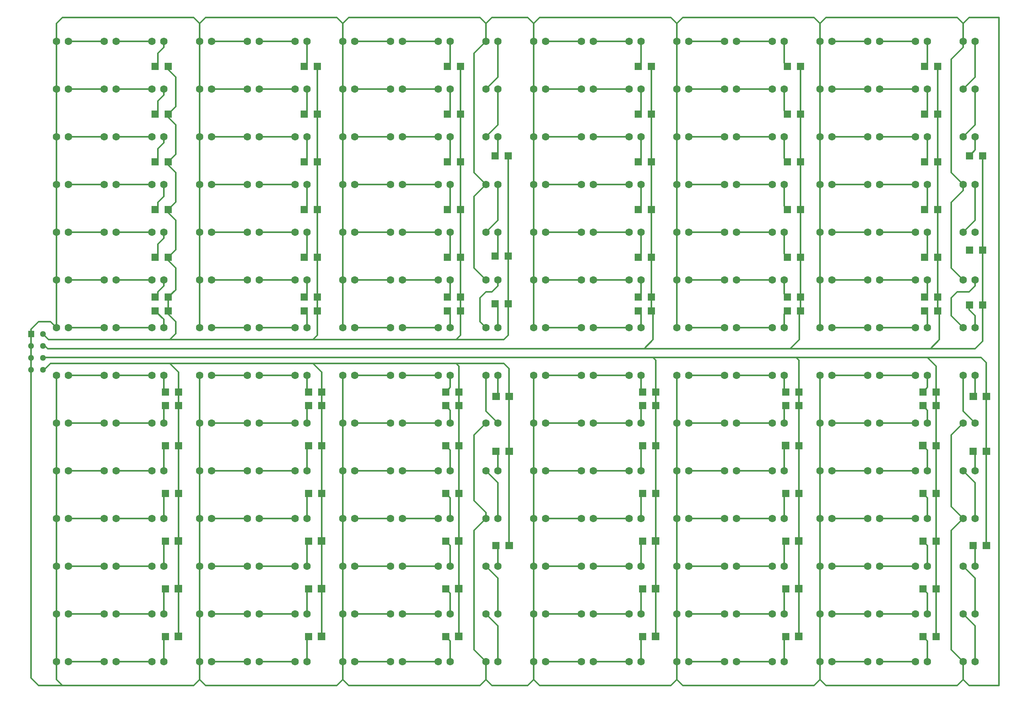
<source format=gbr>
%FSLAX34Y34*%
%MOMM*%
%LNCOPPER_BOTTOM*%
G71*
G01*
%ADD10C, 1.600*%
%ADD11C, 1.280*%
%ADD12C, 0.300*%
%ADD13R, 1.600X1.600*%
%LPD*%
X76200Y-76200D02*
G54D10*
D03*
X101600Y-76200D02*
G54D10*
D03*
X177800Y-76200D02*
G54D10*
D03*
X203200Y-76200D02*
G54D10*
D03*
X279400Y-76200D02*
G54D10*
D03*
X304800Y-76200D02*
G54D10*
D03*
X381000Y-76200D02*
G54D10*
D03*
X406400Y-76200D02*
G54D10*
D03*
X482600Y-76200D02*
G54D10*
D03*
X508000Y-76200D02*
G54D10*
D03*
X584200Y-76200D02*
G54D10*
D03*
X609600Y-76200D02*
G54D10*
D03*
X685800Y-76200D02*
G54D10*
D03*
X711200Y-76200D02*
G54D10*
D03*
X787400Y-76200D02*
G54D10*
D03*
X812800Y-76200D02*
G54D10*
D03*
X889000Y-76200D02*
G54D10*
D03*
X914400Y-76200D02*
G54D10*
D03*
X990600Y-76200D02*
G54D10*
D03*
X1016000Y-76200D02*
G54D10*
D03*
X1092200Y-76200D02*
G54D10*
D03*
X1117600Y-76200D02*
G54D10*
D03*
X1193800Y-76200D02*
G54D10*
D03*
X1219200Y-76200D02*
G54D10*
D03*
X1295400Y-76200D02*
G54D10*
D03*
X1320800Y-76200D02*
G54D10*
D03*
X1397000Y-76200D02*
G54D10*
D03*
X1422400Y-76200D02*
G54D10*
D03*
X1498600Y-76200D02*
G54D10*
D03*
X1524000Y-76200D02*
G54D10*
D03*
X1600200Y-76200D02*
G54D10*
D03*
X1625600Y-76200D02*
G54D10*
D03*
X1701800Y-76200D02*
G54D10*
D03*
X1727200Y-76200D02*
G54D10*
D03*
X1803400Y-76200D02*
G54D10*
D03*
X1828800Y-76200D02*
G54D10*
D03*
X1905000Y-76200D02*
G54D10*
D03*
X1930400Y-76200D02*
G54D10*
D03*
X2006600Y-76200D02*
G54D10*
D03*
X2032000Y-76200D02*
G54D10*
D03*
X76200Y-177800D02*
G54D10*
D03*
X101600Y-177800D02*
G54D10*
D03*
X76200Y-279400D02*
G54D10*
D03*
X101600Y-279400D02*
G54D10*
D03*
X76200Y-381000D02*
G54D10*
D03*
X101600Y-381000D02*
G54D10*
D03*
X76200Y-482600D02*
G54D10*
D03*
X101600Y-482600D02*
G54D10*
D03*
X76200Y-584200D02*
G54D10*
D03*
X101600Y-584200D02*
G54D10*
D03*
X76200Y-685800D02*
G54D10*
D03*
X101600Y-685800D02*
G54D10*
D03*
X76200Y-787400D02*
G54D10*
D03*
X101600Y-787400D02*
G54D10*
D03*
X76200Y-889000D02*
G54D10*
D03*
X101600Y-889000D02*
G54D10*
D03*
X76200Y-990600D02*
G54D10*
D03*
X101600Y-990600D02*
G54D10*
D03*
X76200Y-1092200D02*
G54D10*
D03*
X101600Y-1092200D02*
G54D10*
D03*
X76200Y-1193800D02*
G54D10*
D03*
X101600Y-1193800D02*
G54D10*
D03*
X76200Y-1295400D02*
G54D10*
D03*
X101600Y-1295400D02*
G54D10*
D03*
X76200Y-1397000D02*
G54D10*
D03*
X101600Y-1397000D02*
G54D10*
D03*
X177800Y-177800D02*
G54D10*
D03*
X203200Y-177800D02*
G54D10*
D03*
X177800Y-279400D02*
G54D10*
D03*
X203200Y-279400D02*
G54D10*
D03*
X177800Y-381000D02*
G54D10*
D03*
X203200Y-381000D02*
G54D10*
D03*
X177800Y-482600D02*
G54D10*
D03*
X203200Y-482600D02*
G54D10*
D03*
X177800Y-584200D02*
G54D10*
D03*
X203200Y-584200D02*
G54D10*
D03*
X177800Y-685800D02*
G54D10*
D03*
X203200Y-685800D02*
G54D10*
D03*
X279400Y-177800D02*
G54D10*
D03*
X304800Y-177800D02*
G54D10*
D03*
X279400Y-279400D02*
G54D10*
D03*
X304800Y-279400D02*
G54D10*
D03*
X279400Y-381000D02*
G54D10*
D03*
X304800Y-381000D02*
G54D10*
D03*
X279400Y-482600D02*
G54D10*
D03*
X304800Y-482600D02*
G54D10*
D03*
X279400Y-584200D02*
G54D10*
D03*
X304800Y-584200D02*
G54D10*
D03*
X279400Y-685800D02*
G54D10*
D03*
X304800Y-685800D02*
G54D10*
D03*
X381000Y-177800D02*
G54D10*
D03*
X406400Y-177800D02*
G54D10*
D03*
X381000Y-279400D02*
G54D10*
D03*
X406400Y-279400D02*
G54D10*
D03*
X381000Y-381000D02*
G54D10*
D03*
X406400Y-381000D02*
G54D10*
D03*
X381000Y-482600D02*
G54D10*
D03*
X406400Y-482600D02*
G54D10*
D03*
X381000Y-584200D02*
G54D10*
D03*
X406400Y-584200D02*
G54D10*
D03*
X381000Y-685800D02*
G54D10*
D03*
X406400Y-685800D02*
G54D10*
D03*
X482600Y-177800D02*
G54D10*
D03*
X508000Y-177800D02*
G54D10*
D03*
X482600Y-279400D02*
G54D10*
D03*
X508000Y-279400D02*
G54D10*
D03*
X482600Y-381000D02*
G54D10*
D03*
X508000Y-381000D02*
G54D10*
D03*
X482600Y-482600D02*
G54D10*
D03*
X508000Y-482600D02*
G54D10*
D03*
X482600Y-584200D02*
G54D10*
D03*
X508000Y-584200D02*
G54D10*
D03*
X482600Y-685800D02*
G54D10*
D03*
X508000Y-685800D02*
G54D10*
D03*
X584200Y-177800D02*
G54D10*
D03*
X609600Y-177800D02*
G54D10*
D03*
X584200Y-279400D02*
G54D10*
D03*
X609600Y-279400D02*
G54D10*
D03*
X584200Y-381000D02*
G54D10*
D03*
X609600Y-381000D02*
G54D10*
D03*
X584200Y-482600D02*
G54D10*
D03*
X609600Y-482600D02*
G54D10*
D03*
X584200Y-584200D02*
G54D10*
D03*
X609600Y-584200D02*
G54D10*
D03*
X584200Y-685800D02*
G54D10*
D03*
X609600Y-685800D02*
G54D10*
D03*
X685800Y-177800D02*
G54D10*
D03*
X711200Y-177800D02*
G54D10*
D03*
X685800Y-279400D02*
G54D10*
D03*
X711200Y-279400D02*
G54D10*
D03*
X685800Y-381000D02*
G54D10*
D03*
X711200Y-381000D02*
G54D10*
D03*
X685800Y-482600D02*
G54D10*
D03*
X711200Y-482600D02*
G54D10*
D03*
X685800Y-584200D02*
G54D10*
D03*
X711200Y-584200D02*
G54D10*
D03*
X685800Y-685800D02*
G54D10*
D03*
X711200Y-685800D02*
G54D10*
D03*
X787400Y-177800D02*
G54D10*
D03*
X812800Y-177800D02*
G54D10*
D03*
X787400Y-279400D02*
G54D10*
D03*
X812800Y-279400D02*
G54D10*
D03*
X787400Y-381000D02*
G54D10*
D03*
X812800Y-381000D02*
G54D10*
D03*
X787400Y-482600D02*
G54D10*
D03*
X812800Y-482600D02*
G54D10*
D03*
X787400Y-584200D02*
G54D10*
D03*
X812800Y-584200D02*
G54D10*
D03*
X787400Y-685800D02*
G54D10*
D03*
X812800Y-685800D02*
G54D10*
D03*
X889000Y-177800D02*
G54D10*
D03*
X914400Y-177800D02*
G54D10*
D03*
X889000Y-279400D02*
G54D10*
D03*
X914400Y-279400D02*
G54D10*
D03*
X889000Y-381000D02*
G54D10*
D03*
X914400Y-381000D02*
G54D10*
D03*
X889000Y-482600D02*
G54D10*
D03*
X914400Y-482600D02*
G54D10*
D03*
X889000Y-584200D02*
G54D10*
D03*
X914400Y-584200D02*
G54D10*
D03*
X889000Y-685800D02*
G54D10*
D03*
X914400Y-685800D02*
G54D10*
D03*
X990600Y-177800D02*
G54D10*
D03*
X1016000Y-177800D02*
G54D10*
D03*
X990600Y-279400D02*
G54D10*
D03*
X1016000Y-279400D02*
G54D10*
D03*
X990600Y-381000D02*
G54D10*
D03*
X1016000Y-381000D02*
G54D10*
D03*
X990600Y-482600D02*
G54D10*
D03*
X1016000Y-482600D02*
G54D10*
D03*
X990600Y-584200D02*
G54D10*
D03*
X1016000Y-584200D02*
G54D10*
D03*
X990600Y-685800D02*
G54D10*
D03*
X1016000Y-685800D02*
G54D10*
D03*
X1092200Y-177800D02*
G54D10*
D03*
X1117600Y-177800D02*
G54D10*
D03*
X1092200Y-279400D02*
G54D10*
D03*
X1117600Y-279400D02*
G54D10*
D03*
X1092200Y-381000D02*
G54D10*
D03*
X1117600Y-381000D02*
G54D10*
D03*
X1092200Y-482600D02*
G54D10*
D03*
X1117600Y-482600D02*
G54D10*
D03*
X1092200Y-584200D02*
G54D10*
D03*
X1117600Y-584200D02*
G54D10*
D03*
X1092200Y-685800D02*
G54D10*
D03*
X1117600Y-685800D02*
G54D10*
D03*
X1193800Y-177800D02*
G54D10*
D03*
X1219200Y-177800D02*
G54D10*
D03*
X1193800Y-279400D02*
G54D10*
D03*
X1219200Y-279400D02*
G54D10*
D03*
X1193800Y-381000D02*
G54D10*
D03*
X1219200Y-381000D02*
G54D10*
D03*
X1193800Y-482600D02*
G54D10*
D03*
X1219200Y-482600D02*
G54D10*
D03*
X1193800Y-584200D02*
G54D10*
D03*
X1219200Y-584200D02*
G54D10*
D03*
X1193800Y-685800D02*
G54D10*
D03*
X1219200Y-685800D02*
G54D10*
D03*
X1295400Y-177800D02*
G54D10*
D03*
X1320800Y-177800D02*
G54D10*
D03*
X1295400Y-279400D02*
G54D10*
D03*
X1320800Y-279400D02*
G54D10*
D03*
X1295400Y-381000D02*
G54D10*
D03*
X1320800Y-381000D02*
G54D10*
D03*
X1295400Y-482600D02*
G54D10*
D03*
X1320800Y-482600D02*
G54D10*
D03*
X1295400Y-584200D02*
G54D10*
D03*
X1320800Y-584200D02*
G54D10*
D03*
X1295400Y-685800D02*
G54D10*
D03*
X1320800Y-685800D02*
G54D10*
D03*
X1397000Y-177800D02*
G54D10*
D03*
X1422400Y-177800D02*
G54D10*
D03*
X1397000Y-279400D02*
G54D10*
D03*
X1422400Y-279400D02*
G54D10*
D03*
X1397000Y-381000D02*
G54D10*
D03*
X1422400Y-381000D02*
G54D10*
D03*
X1397000Y-482600D02*
G54D10*
D03*
X1422400Y-482600D02*
G54D10*
D03*
X1397000Y-584200D02*
G54D10*
D03*
X1422400Y-584200D02*
G54D10*
D03*
X1397000Y-685800D02*
G54D10*
D03*
X1422400Y-685800D02*
G54D10*
D03*
X1498600Y-177800D02*
G54D10*
D03*
X1524000Y-177800D02*
G54D10*
D03*
X1498600Y-279400D02*
G54D10*
D03*
X1524000Y-279400D02*
G54D10*
D03*
X1498600Y-381000D02*
G54D10*
D03*
X1524000Y-381000D02*
G54D10*
D03*
X1498600Y-482600D02*
G54D10*
D03*
X1524000Y-482600D02*
G54D10*
D03*
X1498600Y-584200D02*
G54D10*
D03*
X1524000Y-584200D02*
G54D10*
D03*
X1498600Y-685800D02*
G54D10*
D03*
X1524000Y-685800D02*
G54D10*
D03*
X1600200Y-177800D02*
G54D10*
D03*
X1625600Y-177800D02*
G54D10*
D03*
X1600200Y-279400D02*
G54D10*
D03*
X1625600Y-279400D02*
G54D10*
D03*
X1600200Y-381000D02*
G54D10*
D03*
X1625600Y-381000D02*
G54D10*
D03*
X1600200Y-482600D02*
G54D10*
D03*
X1625600Y-482600D02*
G54D10*
D03*
X1600200Y-584200D02*
G54D10*
D03*
X1625600Y-584200D02*
G54D10*
D03*
X1600200Y-685800D02*
G54D10*
D03*
X1625600Y-685800D02*
G54D10*
D03*
X1701800Y-177800D02*
G54D10*
D03*
X1727200Y-177800D02*
G54D10*
D03*
X1701800Y-279400D02*
G54D10*
D03*
X1727200Y-279400D02*
G54D10*
D03*
X1701800Y-381000D02*
G54D10*
D03*
X1727200Y-381000D02*
G54D10*
D03*
X1701800Y-482600D02*
G54D10*
D03*
X1727200Y-482600D02*
G54D10*
D03*
X1701800Y-584200D02*
G54D10*
D03*
X1727200Y-584200D02*
G54D10*
D03*
X1701800Y-685800D02*
G54D10*
D03*
X1727200Y-685800D02*
G54D10*
D03*
X1803400Y-177800D02*
G54D10*
D03*
X1828800Y-177800D02*
G54D10*
D03*
X1803400Y-279400D02*
G54D10*
D03*
X1828800Y-279400D02*
G54D10*
D03*
X1803400Y-381000D02*
G54D10*
D03*
X1828800Y-381000D02*
G54D10*
D03*
X1803400Y-482600D02*
G54D10*
D03*
X1828800Y-482600D02*
G54D10*
D03*
X1803400Y-584200D02*
G54D10*
D03*
X1828800Y-584200D02*
G54D10*
D03*
X1803400Y-685800D02*
G54D10*
D03*
X1828800Y-685800D02*
G54D10*
D03*
X1905000Y-177800D02*
G54D10*
D03*
X1930400Y-177800D02*
G54D10*
D03*
X1905000Y-279400D02*
G54D10*
D03*
X1930400Y-279400D02*
G54D10*
D03*
X1905000Y-381000D02*
G54D10*
D03*
X1930400Y-381000D02*
G54D10*
D03*
X1905000Y-482600D02*
G54D10*
D03*
X1930400Y-482600D02*
G54D10*
D03*
X1905000Y-584200D02*
G54D10*
D03*
X1930400Y-584200D02*
G54D10*
D03*
X1905000Y-685800D02*
G54D10*
D03*
X1930400Y-685800D02*
G54D10*
D03*
X2006600Y-177800D02*
G54D10*
D03*
X2032000Y-177800D02*
G54D10*
D03*
X2006600Y-279400D02*
G54D10*
D03*
X2032000Y-279400D02*
G54D10*
D03*
X2006600Y-381000D02*
G54D10*
D03*
X2032000Y-381000D02*
G54D10*
D03*
X2006600Y-482600D02*
G54D10*
D03*
X2032000Y-482600D02*
G54D10*
D03*
X2006600Y-584200D02*
G54D10*
D03*
X2032000Y-584200D02*
G54D10*
D03*
X2006600Y-685800D02*
G54D10*
D03*
X2032000Y-685800D02*
G54D10*
D03*
X177800Y-787400D02*
G54D10*
D03*
X203200Y-787400D02*
G54D10*
D03*
X279400Y-787400D02*
G54D10*
D03*
X304800Y-787400D02*
G54D10*
D03*
X381000Y-787400D02*
G54D10*
D03*
X406400Y-787400D02*
G54D10*
D03*
X482600Y-787400D02*
G54D10*
D03*
X508000Y-787400D02*
G54D10*
D03*
X584200Y-787400D02*
G54D10*
D03*
X609600Y-787400D02*
G54D10*
D03*
X685800Y-787400D02*
G54D10*
D03*
X711200Y-787400D02*
G54D10*
D03*
X787400Y-787400D02*
G54D10*
D03*
X812800Y-787400D02*
G54D10*
D03*
X889000Y-787400D02*
G54D10*
D03*
X914400Y-787400D02*
G54D10*
D03*
X990600Y-787400D02*
G54D10*
D03*
X1016000Y-787400D02*
G54D10*
D03*
X177800Y-889000D02*
G54D10*
D03*
X203200Y-889000D02*
G54D10*
D03*
X177800Y-990600D02*
G54D10*
D03*
X203200Y-990600D02*
G54D10*
D03*
X177800Y-1092200D02*
G54D10*
D03*
X203200Y-1092200D02*
G54D10*
D03*
X177800Y-1193800D02*
G54D10*
D03*
X203200Y-1193800D02*
G54D10*
D03*
X177800Y-1295400D02*
G54D10*
D03*
X203200Y-1295400D02*
G54D10*
D03*
X177800Y-1397000D02*
G54D10*
D03*
X203200Y-1397000D02*
G54D10*
D03*
X279400Y-889000D02*
G54D10*
D03*
X304800Y-889000D02*
G54D10*
D03*
X279400Y-990600D02*
G54D10*
D03*
X304800Y-990600D02*
G54D10*
D03*
X279400Y-1092200D02*
G54D10*
D03*
X304800Y-1092200D02*
G54D10*
D03*
X279400Y-1193800D02*
G54D10*
D03*
X304800Y-1193800D02*
G54D10*
D03*
X279400Y-1295400D02*
G54D10*
D03*
X304800Y-1295400D02*
G54D10*
D03*
X279400Y-1397000D02*
G54D10*
D03*
X304800Y-1397000D02*
G54D10*
D03*
X381000Y-889000D02*
G54D10*
D03*
X406400Y-889000D02*
G54D10*
D03*
X381000Y-990600D02*
G54D10*
D03*
X406400Y-990600D02*
G54D10*
D03*
X381000Y-1092200D02*
G54D10*
D03*
X406400Y-1092200D02*
G54D10*
D03*
X381000Y-1193800D02*
G54D10*
D03*
X406400Y-1193800D02*
G54D10*
D03*
X381000Y-1295400D02*
G54D10*
D03*
X406400Y-1295400D02*
G54D10*
D03*
X381000Y-1397000D02*
G54D10*
D03*
X406400Y-1397000D02*
G54D10*
D03*
X482600Y-889000D02*
G54D10*
D03*
X508000Y-889000D02*
G54D10*
D03*
X482600Y-990600D02*
G54D10*
D03*
X508000Y-990600D02*
G54D10*
D03*
X482600Y-1092200D02*
G54D10*
D03*
X508000Y-1092200D02*
G54D10*
D03*
X482600Y-1193800D02*
G54D10*
D03*
X508000Y-1193800D02*
G54D10*
D03*
X482600Y-1295400D02*
G54D10*
D03*
X508000Y-1295400D02*
G54D10*
D03*
X482600Y-1397000D02*
G54D10*
D03*
X508000Y-1397000D02*
G54D10*
D03*
X584200Y-889000D02*
G54D10*
D03*
X609600Y-889000D02*
G54D10*
D03*
X584200Y-990600D02*
G54D10*
D03*
X609600Y-990600D02*
G54D10*
D03*
X584200Y-1092200D02*
G54D10*
D03*
X609600Y-1092200D02*
G54D10*
D03*
X584200Y-1193800D02*
G54D10*
D03*
X609600Y-1193800D02*
G54D10*
D03*
X584200Y-1295400D02*
G54D10*
D03*
X609600Y-1295400D02*
G54D10*
D03*
X584200Y-1397000D02*
G54D10*
D03*
X609600Y-1397000D02*
G54D10*
D03*
X685800Y-889000D02*
G54D10*
D03*
X711200Y-889000D02*
G54D10*
D03*
X685800Y-990600D02*
G54D10*
D03*
X711200Y-990600D02*
G54D10*
D03*
X685800Y-1092200D02*
G54D10*
D03*
X711200Y-1092200D02*
G54D10*
D03*
X685800Y-1193800D02*
G54D10*
D03*
X711200Y-1193800D02*
G54D10*
D03*
X685800Y-1295400D02*
G54D10*
D03*
X711200Y-1295400D02*
G54D10*
D03*
X685800Y-1397000D02*
G54D10*
D03*
X711200Y-1397000D02*
G54D10*
D03*
X787400Y-889000D02*
G54D10*
D03*
X812800Y-889000D02*
G54D10*
D03*
X787400Y-990600D02*
G54D10*
D03*
X812800Y-990600D02*
G54D10*
D03*
X787400Y-1092200D02*
G54D10*
D03*
X812800Y-1092200D02*
G54D10*
D03*
X787400Y-1193800D02*
G54D10*
D03*
X812800Y-1193800D02*
G54D10*
D03*
X787400Y-1295400D02*
G54D10*
D03*
X812800Y-1295400D02*
G54D10*
D03*
X787400Y-1397000D02*
G54D10*
D03*
X812800Y-1397000D02*
G54D10*
D03*
X889000Y-889000D02*
G54D10*
D03*
X914400Y-889000D02*
G54D10*
D03*
X889000Y-990600D02*
G54D10*
D03*
X914400Y-990600D02*
G54D10*
D03*
X889000Y-1092200D02*
G54D10*
D03*
X914400Y-1092200D02*
G54D10*
D03*
X889000Y-1193800D02*
G54D10*
D03*
X914400Y-1193800D02*
G54D10*
D03*
X889000Y-1295400D02*
G54D10*
D03*
X914400Y-1295400D02*
G54D10*
D03*
X889000Y-1397000D02*
G54D10*
D03*
X914400Y-1397000D02*
G54D10*
D03*
X990600Y-889000D02*
G54D10*
D03*
X1016000Y-889000D02*
G54D10*
D03*
X990600Y-990600D02*
G54D10*
D03*
X1016000Y-990600D02*
G54D10*
D03*
X990600Y-1092200D02*
G54D10*
D03*
X1016000Y-1092200D02*
G54D10*
D03*
X990600Y-1193800D02*
G54D10*
D03*
X1016000Y-1193800D02*
G54D10*
D03*
X990600Y-1295400D02*
G54D10*
D03*
X1016000Y-1295400D02*
G54D10*
D03*
X990600Y-1397000D02*
G54D10*
D03*
X1016000Y-1397000D02*
G54D10*
D03*
X1092200Y-787400D02*
G54D10*
D03*
X1117600Y-787400D02*
G54D10*
D03*
X1092200Y-889000D02*
G54D10*
D03*
X1117600Y-889000D02*
G54D10*
D03*
X1092200Y-990600D02*
G54D10*
D03*
X1117600Y-990600D02*
G54D10*
D03*
X1092200Y-1092200D02*
G54D10*
D03*
X1117600Y-1092200D02*
G54D10*
D03*
X1092200Y-1193800D02*
G54D10*
D03*
X1117600Y-1193800D02*
G54D10*
D03*
X1092200Y-1295400D02*
G54D10*
D03*
X1117600Y-1295400D02*
G54D10*
D03*
X1092200Y-1397000D02*
G54D10*
D03*
X1117600Y-1397000D02*
G54D10*
D03*
X1193800Y-787400D02*
G54D10*
D03*
X1219200Y-787400D02*
G54D10*
D03*
X1295400Y-787400D02*
G54D10*
D03*
X1320800Y-787400D02*
G54D10*
D03*
X1397000Y-787400D02*
G54D10*
D03*
X1422400Y-787400D02*
G54D10*
D03*
X1498600Y-787400D02*
G54D10*
D03*
X1524000Y-787400D02*
G54D10*
D03*
X1600200Y-787400D02*
G54D10*
D03*
X1625600Y-787400D02*
G54D10*
D03*
X1701800Y-787400D02*
G54D10*
D03*
X1727200Y-787400D02*
G54D10*
D03*
X1803400Y-787400D02*
G54D10*
D03*
X1828800Y-787400D02*
G54D10*
D03*
X1905000Y-787400D02*
G54D10*
D03*
X1930400Y-787400D02*
G54D10*
D03*
X2006600Y-787400D02*
G54D10*
D03*
X2032000Y-787400D02*
G54D10*
D03*
X1193800Y-889000D02*
G54D10*
D03*
X1219200Y-889000D02*
G54D10*
D03*
X1193800Y-990600D02*
G54D10*
D03*
X1219200Y-990600D02*
G54D10*
D03*
X1193800Y-1092200D02*
G54D10*
D03*
X1219200Y-1092200D02*
G54D10*
D03*
X1193800Y-1193800D02*
G54D10*
D03*
X1219200Y-1193800D02*
G54D10*
D03*
X1193800Y-1295400D02*
G54D10*
D03*
X1219200Y-1295400D02*
G54D10*
D03*
X1193800Y-1397000D02*
G54D10*
D03*
X1219200Y-1397000D02*
G54D10*
D03*
X1295400Y-889000D02*
G54D10*
D03*
X1320800Y-889000D02*
G54D10*
D03*
X1295400Y-990600D02*
G54D10*
D03*
X1320800Y-990600D02*
G54D10*
D03*
X1295400Y-1092200D02*
G54D10*
D03*
X1320800Y-1092200D02*
G54D10*
D03*
X1295400Y-1193800D02*
G54D10*
D03*
X1320800Y-1193800D02*
G54D10*
D03*
X1295400Y-1295400D02*
G54D10*
D03*
X1320800Y-1295400D02*
G54D10*
D03*
X1295400Y-1397000D02*
G54D10*
D03*
X1320800Y-1397000D02*
G54D10*
D03*
X1397000Y-889000D02*
G54D10*
D03*
X1422400Y-889000D02*
G54D10*
D03*
X1397000Y-990600D02*
G54D10*
D03*
X1422400Y-990600D02*
G54D10*
D03*
X1397000Y-1092200D02*
G54D10*
D03*
X1422400Y-1092200D02*
G54D10*
D03*
X1397000Y-1193800D02*
G54D10*
D03*
X1422400Y-1193800D02*
G54D10*
D03*
X1397000Y-1295400D02*
G54D10*
D03*
X1422400Y-1295400D02*
G54D10*
D03*
X1397000Y-1397000D02*
G54D10*
D03*
X1422400Y-1397000D02*
G54D10*
D03*
X1498600Y-889000D02*
G54D10*
D03*
X1524000Y-889000D02*
G54D10*
D03*
X1498600Y-990600D02*
G54D10*
D03*
X1524000Y-990600D02*
G54D10*
D03*
X1498600Y-1092200D02*
G54D10*
D03*
X1524000Y-1092200D02*
G54D10*
D03*
X1498600Y-1193800D02*
G54D10*
D03*
X1524000Y-1193800D02*
G54D10*
D03*
X1498600Y-1295400D02*
G54D10*
D03*
X1524000Y-1295400D02*
G54D10*
D03*
X1498600Y-1397000D02*
G54D10*
D03*
X1524000Y-1397000D02*
G54D10*
D03*
X1600200Y-889000D02*
G54D10*
D03*
X1625600Y-889000D02*
G54D10*
D03*
X1600200Y-990600D02*
G54D10*
D03*
X1625600Y-990600D02*
G54D10*
D03*
X1600200Y-1092200D02*
G54D10*
D03*
X1625600Y-1092200D02*
G54D10*
D03*
X1600200Y-1193800D02*
G54D10*
D03*
X1625600Y-1193800D02*
G54D10*
D03*
X1600200Y-1295400D02*
G54D10*
D03*
X1625600Y-1295400D02*
G54D10*
D03*
X1600200Y-1397000D02*
G54D10*
D03*
X1625600Y-1397000D02*
G54D10*
D03*
X1701800Y-889000D02*
G54D10*
D03*
X1727200Y-889000D02*
G54D10*
D03*
X1701800Y-990600D02*
G54D10*
D03*
X1727200Y-990600D02*
G54D10*
D03*
X1701800Y-1092200D02*
G54D10*
D03*
X1727200Y-1092200D02*
G54D10*
D03*
X1701800Y-1193800D02*
G54D10*
D03*
X1727200Y-1193800D02*
G54D10*
D03*
X1701800Y-1295400D02*
G54D10*
D03*
X1727200Y-1295400D02*
G54D10*
D03*
X1701800Y-1397000D02*
G54D10*
D03*
X1727200Y-1397000D02*
G54D10*
D03*
X1803400Y-889000D02*
G54D10*
D03*
X1828800Y-889000D02*
G54D10*
D03*
X1803400Y-990600D02*
G54D10*
D03*
X1828800Y-990600D02*
G54D10*
D03*
X1803400Y-1092200D02*
G54D10*
D03*
X1828800Y-1092200D02*
G54D10*
D03*
X1803400Y-1193800D02*
G54D10*
D03*
X1828800Y-1193800D02*
G54D10*
D03*
X1803400Y-1295400D02*
G54D10*
D03*
X1828800Y-1295400D02*
G54D10*
D03*
X1803400Y-1397000D02*
G54D10*
D03*
X1828800Y-1397000D02*
G54D10*
D03*
X1905000Y-889000D02*
G54D10*
D03*
X1930400Y-889000D02*
G54D10*
D03*
X1905000Y-990600D02*
G54D10*
D03*
X1930400Y-990600D02*
G54D10*
D03*
X1905000Y-1092200D02*
G54D10*
D03*
X1930400Y-1092200D02*
G54D10*
D03*
X1905000Y-1193800D02*
G54D10*
D03*
X1930400Y-1193800D02*
G54D10*
D03*
X1905000Y-1295400D02*
G54D10*
D03*
X1930400Y-1295400D02*
G54D10*
D03*
X1905000Y-1397000D02*
G54D10*
D03*
X1930400Y-1397000D02*
G54D10*
D03*
X2006600Y-889000D02*
G54D10*
D03*
X2032000Y-889000D02*
G54D10*
D03*
X2006600Y-990600D02*
G54D10*
D03*
X2032000Y-990600D02*
G54D10*
D03*
X2006600Y-1092200D02*
G54D10*
D03*
X2032000Y-1092200D02*
G54D10*
D03*
X2006600Y-1193800D02*
G54D10*
D03*
X2032000Y-1193800D02*
G54D10*
D03*
X2006600Y-1295400D02*
G54D10*
D03*
X2032000Y-1295400D02*
G54D10*
D03*
X2006600Y-1397000D02*
G54D10*
D03*
X2032000Y-1397000D02*
G54D10*
D03*
G36*
X28649Y-692876D02*
X28649Y-705676D01*
X15849Y-705676D01*
X15849Y-692876D01*
X28649Y-692876D01*
G37*
X47649Y-699276D02*
G54D11*
D03*
X22249Y-724676D02*
G54D11*
D03*
X47649Y-724676D02*
G54D11*
D03*
X22249Y-750076D02*
G54D11*
D03*
X47649Y-750076D02*
G54D11*
D03*
X22249Y-775476D02*
G54D11*
D03*
X47649Y-775476D02*
G54D11*
D03*
G54D12*
X22249Y-699276D02*
X22249Y-724676D01*
X22249Y-750076D01*
X22249Y-775476D01*
G54D12*
X22249Y-699276D02*
X22249Y-688951D01*
X38100Y-673100D01*
X63500Y-673100D01*
X76200Y-685800D01*
G54D12*
X76200Y-685800D02*
X76200Y-584200D01*
X76200Y-482600D01*
X76200Y-381000D01*
X76200Y-279400D01*
X76200Y-177800D01*
X76200Y-76200D01*
G54D12*
X101600Y-685800D02*
X177800Y-685800D01*
G54D12*
X101600Y-584200D02*
X177800Y-584200D01*
G54D12*
X101600Y-482600D02*
X177800Y-482600D01*
G54D12*
X101600Y-381000D02*
X177800Y-381000D01*
G54D12*
X101600Y-279400D02*
X177800Y-279400D01*
G54D12*
X101600Y-177800D02*
X177800Y-177800D01*
G54D12*
X101600Y-76200D02*
X177800Y-76200D01*
G54D12*
X203200Y-76200D02*
X279400Y-76200D01*
G54D12*
X203200Y-177800D02*
X279400Y-177800D01*
G54D12*
X203200Y-279400D02*
X279400Y-279400D01*
G54D12*
X203200Y-381000D02*
X279400Y-381000D01*
G54D12*
X203200Y-482600D02*
X279400Y-482600D01*
G54D12*
X203200Y-584200D02*
X279400Y-584200D01*
G54D12*
X203200Y-685800D02*
X279400Y-685800D01*
G54D12*
X76200Y-76200D02*
X76200Y-38100D01*
X88900Y-25400D01*
X368300Y-25400D01*
X381000Y-38100D01*
X381000Y-76200D01*
G54D12*
X381000Y-76200D02*
X381000Y-177800D01*
G54D12*
X381000Y-177800D02*
X381000Y-279400D01*
G54D12*
X381000Y-279400D02*
X381000Y-381000D01*
G54D12*
X381000Y-381000D02*
X381000Y-482600D01*
G54D12*
X381000Y-482600D02*
X381000Y-584200D01*
G54D12*
X381000Y-584200D02*
X381000Y-685800D01*
G54D12*
X406400Y-685800D02*
X482600Y-685800D01*
G54D12*
X508000Y-685800D02*
X584200Y-685800D01*
G54D12*
X406400Y-584200D02*
X482600Y-584200D01*
G54D12*
X508000Y-584200D02*
X584200Y-584200D01*
G54D12*
X406400Y-482600D02*
X482600Y-482600D01*
G54D12*
X508000Y-482600D02*
X584200Y-482600D01*
G54D12*
X406400Y-381000D02*
X482600Y-381000D01*
G54D12*
X508000Y-381000D02*
X584200Y-381000D01*
G54D12*
X406400Y-279400D02*
X482600Y-279400D01*
G54D12*
X508000Y-279400D02*
X584200Y-279400D01*
G54D12*
X406400Y-177800D02*
X482600Y-177800D01*
G54D12*
X508000Y-177800D02*
X584200Y-177800D01*
G54D12*
X406400Y-76200D02*
X482600Y-76200D01*
G54D12*
X508000Y-76200D02*
X584200Y-76200D01*
G54D12*
X381000Y-76200D02*
X381000Y-38100D01*
X393700Y-25400D01*
X673100Y-25400D01*
X685800Y-38100D01*
X685800Y-76200D01*
G54D12*
X685800Y-76200D02*
X685800Y-177800D01*
G54D12*
X685800Y-177800D02*
X685800Y-279400D01*
G54D12*
X685800Y-279400D02*
X685800Y-381000D01*
G54D12*
X685800Y-381000D02*
X685800Y-482600D01*
G54D12*
X685800Y-482600D02*
X685800Y-584200D01*
G54D12*
X685800Y-584200D02*
X685800Y-685800D01*
G54D12*
X711200Y-685800D02*
X787400Y-685800D01*
G54D12*
X812800Y-685800D02*
X889000Y-685800D01*
G54D12*
X711200Y-584200D02*
X787400Y-584200D01*
G54D12*
X812800Y-584200D02*
X889000Y-584200D01*
G54D12*
X711200Y-482600D02*
X787400Y-482600D01*
G54D12*
X812800Y-482600D02*
X889000Y-482600D01*
G54D12*
X711200Y-381000D02*
X787400Y-381000D01*
G54D12*
X812800Y-381000D02*
X889000Y-381000D01*
G54D12*
X711200Y-279400D02*
X787400Y-279400D01*
G54D12*
X812800Y-279400D02*
X889000Y-279400D01*
G54D12*
X711200Y-177800D02*
X787400Y-177800D01*
G54D12*
X812800Y-177800D02*
X889000Y-177800D01*
G54D12*
X711200Y-76200D02*
X787400Y-76200D01*
G54D12*
X812800Y-76200D02*
X889000Y-76200D01*
G54D12*
X685800Y-76200D02*
X685800Y-38100D01*
X698500Y-25400D01*
X977900Y-25400D01*
X990600Y-38100D01*
X990600Y-76200D01*
G54D12*
X1016000Y-76200D02*
X1016000Y-152400D01*
X990600Y-177800D01*
G54D12*
X1016000Y-177800D02*
X1016000Y-254000D01*
X990600Y-279400D01*
G54D12*
X990600Y-381000D02*
X965200Y-355600D01*
X965200Y-101600D01*
X990600Y-76200D01*
G54D12*
X1016000Y-381000D02*
X1016000Y-457200D01*
X990600Y-482600D01*
G54D12*
X990600Y-584200D02*
X965200Y-558800D01*
X965200Y-406400D01*
X990600Y-381000D01*
X314400Y-649875D02*
G54D13*
D03*
X286400Y-649875D02*
G54D13*
D03*
X314400Y-620665D02*
G54D13*
D03*
X286400Y-620665D02*
G54D13*
D03*
X314400Y-535575D02*
G54D13*
D03*
X286400Y-535575D02*
G54D13*
D03*
X314400Y-433975D02*
G54D13*
D03*
X286400Y-433975D02*
G54D13*
D03*
X314400Y-332375D02*
G54D13*
D03*
X286400Y-332375D02*
G54D13*
D03*
X314400Y-230775D02*
G54D13*
D03*
X286400Y-230775D02*
G54D13*
D03*
X314400Y-129175D02*
G54D13*
D03*
X286400Y-129175D02*
G54D13*
D03*
G54D12*
X304800Y-76200D02*
X304800Y-88900D01*
X292100Y-101600D01*
X292100Y-123475D01*
X286400Y-129175D01*
G54D12*
X304800Y-177800D02*
X304800Y-190500D01*
X292100Y-203200D01*
X292100Y-225075D01*
X286400Y-230775D01*
G54D12*
X304800Y-279400D02*
X304800Y-292100D01*
X292100Y-304800D01*
X292100Y-326675D01*
X286400Y-332375D01*
G54D12*
X304800Y-381000D02*
X304800Y-406400D01*
X292100Y-419100D01*
X292100Y-428275D01*
X286400Y-433975D01*
G54D12*
X304800Y-482600D02*
X304800Y-495300D01*
X292100Y-508000D01*
X292100Y-529875D01*
X286400Y-535575D01*
G54D12*
X304800Y-584200D02*
X304800Y-596900D01*
X292100Y-609600D01*
X292100Y-614965D01*
X286400Y-620665D01*
G54D12*
X304800Y-685800D02*
X304800Y-668276D01*
X286400Y-649875D01*
G54D12*
X314400Y-129175D02*
X314400Y-136600D01*
X330200Y-152400D01*
X330200Y-214975D01*
X314400Y-230775D01*
G54D12*
X314400Y-230775D02*
X314400Y-238200D01*
X330200Y-254000D01*
X330200Y-316575D01*
X314400Y-332375D01*
G54D12*
X314400Y-332375D02*
X314400Y-339800D01*
X330200Y-355600D01*
X330200Y-418175D01*
X314400Y-433975D01*
G54D12*
X314400Y-433975D02*
X314400Y-441400D01*
X330200Y-457200D01*
X330200Y-519775D01*
X314400Y-535575D01*
G54D12*
X314400Y-535575D02*
X314400Y-543000D01*
X330200Y-558800D01*
X330200Y-604865D01*
X314400Y-620665D01*
X314400Y-649875D01*
G54D12*
X314400Y-649875D02*
X314400Y-657300D01*
X330200Y-673100D01*
X330200Y-698500D01*
X317500Y-711200D01*
X59573Y-711200D01*
X47649Y-699276D01*
G54D12*
X47649Y-775476D02*
X50024Y-775476D01*
X63500Y-762000D01*
X1028700Y-762000D01*
G54D12*
X47649Y-724676D02*
X51576Y-724676D01*
X57150Y-730250D01*
X914400Y-730250D01*
X631900Y-649875D02*
G54D13*
D03*
X603900Y-649875D02*
G54D13*
D03*
X631900Y-620665D02*
G54D13*
D03*
X603900Y-620665D02*
G54D13*
D03*
X631900Y-535575D02*
G54D13*
D03*
X603900Y-535575D02*
G54D13*
D03*
X631900Y-433975D02*
G54D13*
D03*
X603900Y-433975D02*
G54D13*
D03*
X631900Y-332375D02*
G54D13*
D03*
X603900Y-332375D02*
G54D13*
D03*
X631900Y-230775D02*
G54D13*
D03*
X603900Y-230775D02*
G54D13*
D03*
X631900Y-129175D02*
G54D13*
D03*
X603900Y-129175D02*
G54D13*
D03*
X936700Y-649875D02*
G54D13*
D03*
X908700Y-649875D02*
G54D13*
D03*
X936700Y-620665D02*
G54D13*
D03*
X908700Y-620665D02*
G54D13*
D03*
X936700Y-535575D02*
G54D13*
D03*
X908700Y-535575D02*
G54D13*
D03*
X936700Y-433975D02*
G54D13*
D03*
X908700Y-433975D02*
G54D13*
D03*
X936700Y-332375D02*
G54D13*
D03*
X908700Y-332375D02*
G54D13*
D03*
X936700Y-230775D02*
G54D13*
D03*
X908700Y-230775D02*
G54D13*
D03*
X936700Y-129175D02*
G54D13*
D03*
X908700Y-129175D02*
G54D13*
D03*
G54D12*
X609600Y-76200D02*
X609600Y-123475D01*
X603900Y-129175D01*
G54D12*
X609600Y-177800D02*
X609600Y-225075D01*
X603900Y-230775D01*
G54D12*
X609600Y-279400D02*
X609600Y-326675D01*
X603900Y-332375D01*
G54D12*
X609600Y-381000D02*
X609600Y-428275D01*
X603900Y-433975D01*
G54D12*
X609600Y-482600D02*
X609600Y-529875D01*
X603900Y-535575D01*
G54D12*
X609600Y-584200D02*
X609600Y-614965D01*
X603900Y-620665D01*
G54D12*
X609600Y-685800D02*
X609600Y-655576D01*
X603900Y-649875D01*
G54D12*
X631900Y-129175D02*
X631900Y-230775D01*
X631900Y-332375D01*
X631900Y-433975D01*
X631900Y-535575D01*
X631900Y-620665D01*
X631900Y-649875D01*
G54D12*
X631900Y-649875D02*
X631900Y-701600D01*
X622300Y-711200D01*
X317500Y-711200D01*
G54D12*
X914400Y-76200D02*
X914400Y-123475D01*
X908700Y-129175D01*
G54D12*
X914400Y-177800D02*
X914400Y-225075D01*
X908700Y-230775D01*
G54D12*
X914400Y-279400D02*
X914400Y-326675D01*
X908700Y-332375D01*
G54D12*
X914400Y-381000D02*
X914400Y-428275D01*
X908700Y-433975D01*
G54D12*
X914400Y-482600D02*
X914400Y-529875D01*
X908700Y-535575D01*
G54D12*
X914400Y-584200D02*
X914400Y-614965D01*
X908700Y-620665D01*
G54D12*
X914400Y-685800D02*
X914400Y-655576D01*
X908700Y-649875D01*
G54D12*
X936700Y-129175D02*
X936700Y-230775D01*
X936700Y-332375D01*
X936700Y-433975D01*
X936700Y-535575D01*
X936700Y-620665D01*
X936700Y-649875D01*
G54D12*
X936700Y-649875D02*
X936700Y-701600D01*
X927100Y-711200D01*
X622300Y-711200D01*
X1038300Y-319675D02*
G54D13*
D03*
X1010300Y-319675D02*
G54D13*
D03*
X1038300Y-533035D02*
G54D13*
D03*
X1010300Y-533035D02*
G54D13*
D03*
G54D12*
X1016000Y-279400D02*
X1016000Y-313975D01*
X1010300Y-319675D01*
G54D12*
X1038300Y-319675D02*
X1038300Y-520335D01*
X1038300Y-548275D01*
G54D12*
X1038300Y-548275D02*
X1038300Y-701600D01*
X1028700Y-711200D01*
X927100Y-711200D01*
G54D12*
X990600Y-76200D02*
X990600Y-38100D01*
X1003300Y-25400D01*
X1079500Y-25400D01*
X1092200Y-38100D01*
X1092200Y-76200D01*
X1092200Y-177800D01*
X1092200Y-279400D01*
X1092200Y-381000D01*
X1092200Y-482600D01*
X1092200Y-584200D01*
X1092200Y-685800D01*
G54D12*
X1092200Y-76200D02*
X1092200Y-38100D01*
X1104900Y-25400D01*
X1384300Y-25400D01*
X1397000Y-38100D01*
X1397000Y-76200D01*
X1397000Y-177800D01*
X1397000Y-279400D01*
X1397000Y-381000D01*
X1397000Y-482600D01*
X1397000Y-584200D01*
X1397000Y-685800D01*
G54D12*
X1397000Y-76200D02*
X1397000Y-38100D01*
X1409700Y-25400D01*
X1689100Y-25400D01*
X1701800Y-38100D01*
X1701800Y-76200D01*
X1701800Y-177800D01*
X1701800Y-279400D01*
X1701800Y-381000D01*
X1701800Y-482600D01*
X1701800Y-584200D01*
X1701800Y-685800D01*
G54D12*
X1701800Y-76200D02*
X1701800Y-38100D01*
X1714500Y-25400D01*
X1993900Y-25400D01*
X2006600Y-38100D01*
X2006600Y-76200D01*
G54D12*
X1117600Y-76200D02*
X1193800Y-76200D01*
G54D12*
X1219200Y-76200D02*
X1295400Y-76200D01*
G54D12*
X1117600Y-177800D02*
X1193800Y-177800D01*
G54D12*
X1219200Y-177800D02*
X1295400Y-177800D01*
G54D12*
X1117600Y-279400D02*
X1193800Y-279400D01*
G54D12*
X1219200Y-279400D02*
X1295400Y-279400D01*
G54D12*
X1117600Y-381000D02*
X1193800Y-381000D01*
G54D12*
X1219200Y-381000D02*
X1295400Y-381000D01*
G54D12*
X1117600Y-482600D02*
X1193800Y-482600D01*
G54D12*
X1219200Y-482600D02*
X1295400Y-482600D01*
G54D12*
X1117600Y-584200D02*
X1193800Y-584200D01*
G54D12*
X1219200Y-584200D02*
X1295400Y-584200D01*
G54D12*
X1117600Y-685800D02*
X1193800Y-685800D01*
G54D12*
X1219200Y-685800D02*
X1295400Y-685800D01*
G54D12*
X1422400Y-76200D02*
X1498600Y-76200D01*
G54D12*
X1524000Y-76200D02*
X1600200Y-76200D01*
G54D12*
X1422400Y-177800D02*
X1498600Y-177800D01*
G54D12*
X1524000Y-177800D02*
X1600200Y-177800D01*
G54D12*
X1422400Y-279400D02*
X1498600Y-279400D01*
G54D12*
X1524000Y-279400D02*
X1600200Y-279400D01*
G54D12*
X1422400Y-381000D02*
X1498600Y-381000D01*
G54D12*
X1524000Y-381000D02*
X1600200Y-381000D01*
G54D12*
X1422400Y-482600D02*
X1498600Y-482600D01*
G54D12*
X1524000Y-482600D02*
X1600200Y-482600D01*
G54D12*
X1422400Y-584200D02*
X1498600Y-584200D01*
G54D12*
X1524000Y-584200D02*
X1600200Y-584200D01*
G54D12*
X1422400Y-685800D02*
X1498600Y-685800D01*
G54D12*
X1524000Y-685800D02*
X1600200Y-685800D01*
G54D12*
X1727200Y-76200D02*
X1803400Y-76200D01*
G54D12*
X1828800Y-76200D02*
X1905000Y-76200D01*
G54D12*
X1727200Y-177800D02*
X1803400Y-177800D01*
G54D12*
X1828800Y-177800D02*
X1905000Y-177800D01*
G54D12*
X1727200Y-279400D02*
X1803400Y-279400D01*
G54D12*
X1828800Y-279400D02*
X1905000Y-279400D01*
G54D12*
X1727200Y-381000D02*
X1803400Y-381000D01*
G54D12*
X1828800Y-381000D02*
X1905000Y-381000D01*
G54D12*
X1727200Y-482600D02*
X1803400Y-482600D01*
G54D12*
X1828800Y-482600D02*
X1905000Y-482600D01*
G54D12*
X1727200Y-584200D02*
X1803400Y-584200D01*
G54D12*
X1828800Y-584200D02*
X1905000Y-584200D01*
G54D12*
X1727200Y-685800D02*
X1803400Y-685800D01*
G54D12*
X1828800Y-685800D02*
X1905000Y-685800D01*
X1343100Y-649875D02*
G54D13*
D03*
X1315100Y-649875D02*
G54D13*
D03*
X1343100Y-620665D02*
G54D13*
D03*
X1315100Y-620665D02*
G54D13*
D03*
X1343100Y-535575D02*
G54D13*
D03*
X1315100Y-535575D02*
G54D13*
D03*
X1343100Y-433975D02*
G54D13*
D03*
X1315100Y-433975D02*
G54D13*
D03*
X1343100Y-332375D02*
G54D13*
D03*
X1315100Y-332375D02*
G54D13*
D03*
X1343100Y-230775D02*
G54D13*
D03*
X1315100Y-230775D02*
G54D13*
D03*
X1343100Y-129175D02*
G54D13*
D03*
X1315100Y-129175D02*
G54D13*
D03*
X1660600Y-649875D02*
G54D13*
D03*
X1632600Y-649875D02*
G54D13*
D03*
X1660600Y-620665D02*
G54D13*
D03*
X1632600Y-620665D02*
G54D13*
D03*
X1660600Y-535575D02*
G54D13*
D03*
X1632600Y-535575D02*
G54D13*
D03*
X1660600Y-433975D02*
G54D13*
D03*
X1632600Y-433975D02*
G54D13*
D03*
X1660600Y-332375D02*
G54D13*
D03*
X1632600Y-332375D02*
G54D13*
D03*
X1660600Y-230775D02*
G54D13*
D03*
X1632600Y-230775D02*
G54D13*
D03*
X1660600Y-129175D02*
G54D13*
D03*
X1632600Y-129175D02*
G54D13*
D03*
X1952700Y-649875D02*
G54D13*
D03*
X1924700Y-649875D02*
G54D13*
D03*
X1952700Y-620665D02*
G54D13*
D03*
X1924700Y-620665D02*
G54D13*
D03*
X1952700Y-535575D02*
G54D13*
D03*
X1924700Y-535575D02*
G54D13*
D03*
X1952700Y-433975D02*
G54D13*
D03*
X1924700Y-433975D02*
G54D13*
D03*
X1952700Y-332375D02*
G54D13*
D03*
X1924700Y-332375D02*
G54D13*
D03*
X1952700Y-230775D02*
G54D13*
D03*
X1924700Y-230775D02*
G54D13*
D03*
X1952700Y-129175D02*
G54D13*
D03*
X1924700Y-129175D02*
G54D13*
D03*
G54D12*
X1320800Y-76200D02*
X1320800Y-123475D01*
X1315100Y-129175D01*
G54D12*
X1320800Y-177800D02*
X1320800Y-225075D01*
X1315100Y-230775D01*
G54D12*
X1320800Y-279400D02*
X1320800Y-326675D01*
X1315100Y-332375D01*
G54D12*
X1320800Y-381000D02*
X1320800Y-428275D01*
X1315100Y-433975D01*
G54D12*
X1320800Y-482600D02*
X1320800Y-529875D01*
X1315100Y-535575D01*
G54D12*
X1320800Y-584200D02*
X1320800Y-614965D01*
X1315100Y-620665D01*
G54D12*
X1320800Y-685800D02*
X1320800Y-655576D01*
X1315100Y-649875D01*
G54D12*
X1343100Y-129175D02*
X1343100Y-230775D01*
X1343100Y-332375D01*
X1343100Y-433975D01*
X1343100Y-535575D01*
X1343100Y-620665D01*
X1343100Y-649875D01*
G54D12*
X914400Y-730250D02*
X1327150Y-730250D01*
X1346200Y-711200D01*
X1346200Y-652976D01*
X1343100Y-649875D01*
G54D12*
X1625600Y-76200D02*
X1625600Y-122175D01*
X1632600Y-129175D01*
G54D12*
X1625600Y-177800D02*
X1625600Y-223775D01*
X1632600Y-230775D01*
G54D12*
X1625600Y-279400D02*
X1625600Y-325375D01*
X1632600Y-332375D01*
G54D12*
X1625600Y-381000D02*
X1625600Y-426975D01*
X1632600Y-433975D01*
G54D12*
X1625600Y-482600D02*
X1625600Y-528575D01*
X1632600Y-535575D01*
G54D12*
X1625600Y-584200D02*
X1625600Y-613665D01*
X1632600Y-620665D01*
G54D12*
X1625600Y-685800D02*
X1625600Y-656875D01*
X1632600Y-649875D01*
G54D12*
X1660600Y-129175D02*
X1660600Y-230775D01*
X1660600Y-332375D01*
X1660600Y-433975D01*
X1660600Y-535575D01*
X1660600Y-620665D01*
X1660600Y-649875D01*
G54D12*
X1930400Y-76200D02*
X1930400Y-123475D01*
X1924700Y-129175D01*
G54D12*
X1930400Y-177800D02*
X1930400Y-225075D01*
X1924700Y-230775D01*
G54D12*
X1930400Y-279400D02*
X1930400Y-326675D01*
X1924700Y-332375D01*
G54D12*
X1930400Y-381000D02*
X1930400Y-428275D01*
X1924700Y-433975D01*
G54D12*
X1930400Y-482600D02*
X1930400Y-529875D01*
X1924700Y-535575D01*
G54D12*
X1930400Y-584200D02*
X1930400Y-614965D01*
X1924700Y-620665D01*
G54D12*
X1930400Y-685800D02*
X1930400Y-655576D01*
X1924700Y-649875D01*
G54D12*
X1952700Y-129175D02*
X1952700Y-230775D01*
X1952700Y-332375D01*
X1952700Y-433975D01*
X1952700Y-535575D01*
X1952700Y-620665D01*
X1952700Y-649875D01*
G54D12*
X1327150Y-730250D02*
X1638300Y-730250D01*
X1657350Y-711200D01*
X1657350Y-653125D01*
X1660600Y-649875D01*
G54D12*
X1638300Y-730250D02*
X1936750Y-730250D01*
X1955800Y-711200D01*
X1955800Y-652976D01*
X1952700Y-649875D01*
X2047950Y-319675D02*
G54D13*
D03*
X2019950Y-319675D02*
G54D13*
D03*
X2047950Y-520335D02*
G54D13*
D03*
X2019950Y-520335D02*
G54D13*
D03*
X2047950Y-637175D02*
G54D13*
D03*
X2019950Y-637175D02*
G54D13*
D03*
G54D12*
X2032000Y-76200D02*
X2032000Y-152400D01*
X2006600Y-177800D01*
G54D12*
X2032000Y-177800D02*
X2032000Y-254000D01*
X2006600Y-279400D01*
G54D12*
X2032000Y-279400D02*
X2032000Y-307625D01*
X2019950Y-319675D01*
G54D12*
X2006600Y-76200D02*
X2006600Y-88900D01*
X1981200Y-114300D01*
X1981200Y-355600D01*
X2006600Y-381000D01*
G54D12*
X2032000Y-381000D02*
X2032000Y-457200D01*
X2006600Y-482600D01*
G54D12*
X2006600Y-381000D02*
X2006600Y-393700D01*
X1981200Y-419100D01*
X1981200Y-558800D01*
X2006600Y-584200D01*
X1038300Y-634635D02*
G54D13*
D03*
X1010300Y-634635D02*
G54D13*
D03*
G54D12*
X1016000Y-584200D02*
X1016000Y-596900D01*
X1003300Y-609600D01*
X990600Y-609600D01*
X977900Y-622300D01*
X977900Y-673100D01*
X990600Y-685800D01*
G54D12*
X1016000Y-685800D02*
X1016000Y-640335D01*
X1010300Y-634635D01*
G54D12*
X1016000Y-482600D02*
X1016000Y-527335D01*
X1010300Y-533035D01*
G54D12*
X2032000Y-584200D02*
X2032000Y-596900D01*
X2019300Y-609600D01*
X1993900Y-609600D01*
X1981200Y-622300D01*
X1981200Y-660400D01*
X2006600Y-685800D01*
G54D12*
X2032000Y-685800D02*
X2032000Y-660400D01*
X2019300Y-647700D01*
X2019300Y-637825D01*
X2019950Y-637175D01*
G54D12*
X2047950Y-319675D02*
X2047950Y-520335D01*
X2047950Y-637175D01*
G54D12*
X2047950Y-637175D02*
X2047950Y-714300D01*
X2032000Y-730250D01*
X1917700Y-730250D01*
G54D12*
X2006600Y-38100D02*
X2019300Y-25400D01*
X2082800Y-25400D01*
X2082800Y-1447800D01*
X2019300Y-1447800D01*
X2006600Y-1435100D01*
X2006600Y-1397000D01*
G54D12*
X2006600Y-1397000D02*
X2006600Y-1435100D01*
X1993900Y-1447800D01*
X1714500Y-1447800D01*
X1701800Y-1435100D01*
X1701800Y-1397000D01*
G54D12*
X1701800Y-1397000D02*
X1701800Y-1435100D01*
X1689100Y-1447800D01*
X1409700Y-1447800D01*
X1397000Y-1435100D01*
X1397000Y-1397000D01*
G54D12*
X1397000Y-1397000D02*
X1397000Y-1435100D01*
X1384300Y-1447800D01*
X1104900Y-1447800D01*
X1092200Y-1435100D01*
X1092200Y-1397000D01*
G54D12*
X1701800Y-1397000D02*
X1701800Y-1295400D01*
X1701800Y-1193800D01*
X1701800Y-1092200D01*
X1701800Y-990600D01*
X1701800Y-889000D01*
X1701800Y-787400D01*
G54D12*
X1397000Y-1397000D02*
X1397000Y-1295400D01*
X1397000Y-1193800D01*
X1397000Y-1092200D01*
X1397000Y-990600D01*
X1397000Y-889000D01*
X1397000Y-787400D01*
G54D12*
X1092200Y-1397000D02*
X1092200Y-1295400D01*
X1092200Y-1193800D01*
X1092200Y-1092200D01*
X1092200Y-990600D01*
X1092200Y-889000D01*
X1092200Y-787400D01*
G54D12*
X1117600Y-1397000D02*
X1193800Y-1397000D01*
G54D12*
X1219200Y-1397000D02*
X1295400Y-1397000D01*
G54D12*
X1117600Y-1295400D02*
X1193800Y-1295400D01*
G54D12*
X1219200Y-1295400D02*
X1295400Y-1295400D01*
G54D12*
X1117600Y-1193800D02*
X1193800Y-1193800D01*
G54D12*
X1219200Y-1193800D02*
X1295400Y-1193800D01*
G54D12*
X1117600Y-1092200D02*
X1193800Y-1092200D01*
G54D12*
X1219200Y-1092200D02*
X1295400Y-1092200D01*
G54D12*
X1117600Y-990600D02*
X1193800Y-990600D01*
G54D12*
X1219200Y-990600D02*
X1295400Y-990600D01*
G54D12*
X1117600Y-889000D02*
X1193800Y-889000D01*
G54D12*
X1219200Y-889000D02*
X1295400Y-889000D01*
G54D12*
X1117600Y-787400D02*
X1193800Y-787400D01*
G54D12*
X1219200Y-787400D02*
X1295400Y-787400D01*
G54D12*
X1422400Y-787400D02*
X1498600Y-787400D01*
G54D12*
X1524000Y-787400D02*
X1600200Y-787400D01*
G54D12*
X1422400Y-889000D02*
X1498600Y-889000D01*
G54D12*
X1524000Y-889000D02*
X1600200Y-889000D01*
G54D12*
X1422400Y-990600D02*
X1498600Y-990600D01*
G54D12*
X1524000Y-990600D02*
X1600200Y-990600D01*
G54D12*
X1422400Y-1092200D02*
X1498600Y-1092200D01*
G54D12*
X1524000Y-1092200D02*
X1600200Y-1092200D01*
G54D12*
X1422400Y-1193800D02*
X1498600Y-1193800D01*
G54D12*
X1524000Y-1193800D02*
X1600200Y-1193800D01*
G54D12*
X1422400Y-1295400D02*
X1498600Y-1295400D01*
G54D12*
X1524000Y-1295400D02*
X1600200Y-1295400D01*
G54D12*
X1422400Y-1397000D02*
X1498600Y-1397000D01*
G54D12*
X1524000Y-1397000D02*
X1600200Y-1397000D01*
G54D12*
X1727200Y-1397000D02*
X1803400Y-1397000D01*
G54D12*
X1828800Y-1397000D02*
X1905000Y-1397000D01*
G54D12*
X1727200Y-1295400D02*
X1803400Y-1295400D01*
G54D12*
X1828800Y-1295400D02*
X1905000Y-1295400D01*
G54D12*
X1727200Y-1193800D02*
X1803400Y-1193800D01*
G54D12*
X1828800Y-1193800D02*
X1905000Y-1193800D01*
G54D12*
X1727200Y-1092200D02*
X1803400Y-1092200D01*
G54D12*
X1828800Y-1092200D02*
X1905000Y-1092200D01*
G54D12*
X1727200Y-990600D02*
X1803400Y-990600D01*
G54D12*
X1828800Y-990600D02*
X1905000Y-990600D01*
G54D12*
X1727200Y-889000D02*
X1803400Y-889000D01*
G54D12*
X1828800Y-889000D02*
X1905000Y-889000D01*
G54D12*
X1727200Y-787400D02*
X1803400Y-787400D01*
G54D12*
X1828800Y-787400D02*
X1905000Y-787400D01*
X1323920Y-822684D02*
G54D13*
D03*
X1351920Y-822684D02*
G54D13*
D03*
X1323920Y-851894D02*
G54D13*
D03*
X1351920Y-851894D02*
G54D13*
D03*
X1323920Y-936984D02*
G54D13*
D03*
X1351920Y-936984D02*
G54D13*
D03*
X1323920Y-1038584D02*
G54D13*
D03*
X1351920Y-1038584D02*
G54D13*
D03*
X1323920Y-1140184D02*
G54D13*
D03*
G36*
X1343920Y-1132184D02*
X1359920Y-1132184D01*
X1359920Y-1148184D01*
X1343920Y-1148184D01*
X1343920Y-1132184D01*
G37*
X1323920Y-1241784D02*
G54D13*
D03*
G36*
X1343920Y-1233784D02*
X1359920Y-1233784D01*
X1359920Y-1249784D01*
X1343920Y-1249784D01*
X1343920Y-1233784D01*
G37*
X1323920Y-1343384D02*
G54D13*
D03*
G36*
X1343920Y-1335384D02*
X1359920Y-1335384D01*
X1359920Y-1351384D01*
X1343920Y-1351384D01*
X1343920Y-1335384D01*
G37*
X1628720Y-822684D02*
G54D13*
D03*
X1656720Y-822684D02*
G54D13*
D03*
X1628720Y-851894D02*
G54D13*
D03*
X1656720Y-851894D02*
G54D13*
D03*
G36*
X1620720Y-928984D02*
X1636720Y-928984D01*
X1636720Y-944984D01*
X1620720Y-944984D01*
X1620720Y-928984D01*
G37*
X1656720Y-936984D02*
G54D13*
D03*
X1628720Y-1038584D02*
G54D13*
D03*
X1656720Y-1038584D02*
G54D13*
D03*
X1628720Y-1140184D02*
G54D13*
D03*
G36*
X1648720Y-1132184D02*
X1664720Y-1132184D01*
X1664720Y-1148183D01*
X1648720Y-1148184D01*
X1648720Y-1132184D01*
G37*
X1628720Y-1241784D02*
G54D13*
D03*
G36*
X1648720Y-1233784D02*
X1664720Y-1233784D01*
X1664720Y-1249784D01*
X1648720Y-1249784D01*
X1648720Y-1233784D01*
G37*
X1628720Y-1343384D02*
G54D13*
D03*
G36*
X1648720Y-1335384D02*
X1664720Y-1335384D01*
X1664720Y-1351384D01*
X1648720Y-1351384D01*
X1648720Y-1335384D01*
G37*
X1920820Y-822684D02*
G54D13*
D03*
X1948820Y-822684D02*
G54D13*
D03*
X1920820Y-851894D02*
G54D13*
D03*
X1948820Y-851894D02*
G54D13*
D03*
G36*
X1912820Y-928984D02*
X1928820Y-928984D01*
X1928820Y-944984D01*
X1912820Y-944984D01*
X1912820Y-928984D01*
G37*
X1948820Y-936984D02*
G54D13*
D03*
X1920820Y-1038584D02*
G54D13*
D03*
X1948820Y-1038584D02*
G54D13*
D03*
X1920820Y-1140184D02*
G54D13*
D03*
X1948820Y-1140184D02*
G54D13*
D03*
X1920820Y-1241784D02*
G54D13*
D03*
X1948820Y-1241784D02*
G54D13*
D03*
X1920820Y-1343384D02*
G54D13*
D03*
X1948820Y-1343384D02*
G54D13*
D03*
G54D12*
X1320800Y-1397000D02*
X1320800Y-1346504D01*
X1323920Y-1343384D01*
G54D12*
X1320800Y-1295400D02*
X1320800Y-1244904D01*
X1323920Y-1241784D01*
G54D12*
X1320800Y-1193800D02*
X1320800Y-1143304D01*
X1323920Y-1140184D01*
G54D12*
X1320800Y-1092200D02*
X1320800Y-1041704D01*
X1323920Y-1038584D01*
G54D12*
X1320800Y-990600D02*
X1320800Y-940104D01*
X1323920Y-936984D01*
G54D12*
X1320800Y-889000D02*
X1320800Y-855014D01*
X1323920Y-851894D01*
G54D12*
X1320800Y-787400D02*
X1320800Y-819564D01*
X1323920Y-822684D01*
G54D12*
X1351920Y-1343384D02*
X1351920Y-1241784D01*
X1351920Y-1140184D01*
X1351920Y-1038584D01*
X1351920Y-936984D01*
X1351920Y-851894D01*
X1351920Y-822684D01*
G54D12*
X1351920Y-822684D02*
X1351920Y-755020D01*
X1346200Y-749300D01*
X48425Y-749300D01*
X47649Y-750076D01*
G54D12*
X1625600Y-1397000D02*
X1625600Y-1346504D01*
X1628720Y-1343384D01*
G54D12*
X1625600Y-1295400D02*
X1625600Y-1244904D01*
X1628720Y-1241784D01*
G54D12*
X1625600Y-1193800D02*
X1625600Y-1143304D01*
X1628720Y-1140184D01*
G54D12*
X1625600Y-1092200D02*
X1625600Y-1041704D01*
X1628720Y-1038584D01*
G54D12*
X1625600Y-990600D02*
X1625600Y-940104D01*
X1628720Y-936984D01*
G54D12*
X1625600Y-889000D02*
X1625600Y-855014D01*
X1628720Y-851894D01*
G54D12*
X1625600Y-787400D02*
X1625600Y-819564D01*
X1628720Y-822684D01*
G54D12*
X1656720Y-1343384D02*
X1656720Y-1241784D01*
X1656720Y-1140184D01*
X1656720Y-1038584D01*
X1656720Y-936984D01*
X1656720Y-851894D01*
X1656720Y-822684D01*
G54D12*
X1656720Y-822684D02*
X1656720Y-755020D01*
X1651000Y-749300D01*
X1333500Y-749300D01*
G54D12*
X1930400Y-1397000D02*
X1930400Y-1352964D01*
X1920820Y-1343384D01*
G54D12*
X1930400Y-1295400D02*
X1930400Y-1251364D01*
X1920820Y-1241784D01*
G54D12*
X1930400Y-1193800D02*
X1930400Y-1149764D01*
X1920820Y-1140184D01*
G54D12*
X1930400Y-1092200D02*
X1930400Y-1048164D01*
X1920820Y-1038584D01*
G54D12*
X1930400Y-990600D02*
X1930400Y-946564D01*
X1920820Y-936984D01*
G54D12*
X1930400Y-889000D02*
X1930400Y-861474D01*
X1920820Y-851894D01*
G54D12*
X1930400Y-787400D02*
X1930400Y-813104D01*
X1920820Y-822684D01*
G54D12*
X1948820Y-1343384D02*
X1948820Y-1241784D01*
X1948820Y-1140184D01*
X1948820Y-1038584D01*
X1948820Y-936984D01*
X1948820Y-851894D01*
X1948820Y-822684D01*
X1948820Y-767720D01*
X1930400Y-749300D01*
X1638300Y-749300D01*
X2027778Y-1149699D02*
G54D13*
D03*
G36*
X2047778Y-1141700D02*
X2063778Y-1141699D01*
X2063778Y-1157699D01*
X2047778Y-1157700D01*
X2047778Y-1141700D01*
G37*
X2027778Y-949040D02*
G54D13*
D03*
G36*
X2047778Y-941040D02*
X2063778Y-941040D01*
X2063778Y-957039D01*
X2047778Y-957040D01*
X2047778Y-941040D01*
G37*
G36*
X2019778Y-824200D02*
X2035778Y-824199D01*
X2035778Y-840199D01*
X2019778Y-840200D01*
X2019778Y-824200D01*
G37*
G36*
X2047778Y-824200D02*
X2063778Y-824200D01*
X2063778Y-840199D01*
X2047778Y-840200D01*
X2047778Y-824200D01*
G37*
G54D12*
X2032000Y-1397000D02*
X2032000Y-1320800D01*
X2006600Y-1295400D01*
G54D12*
X2032000Y-1295400D02*
X2032000Y-1219200D01*
X2006600Y-1193800D01*
G54D12*
X2006600Y-1397000D02*
X1981200Y-1371600D01*
X1981200Y-1117600D01*
X2006600Y-1092200D01*
G54D12*
X2006600Y-1092200D02*
X1981200Y-1066800D01*
X1981200Y-914400D01*
X2006600Y-889000D01*
G54D12*
X2032000Y-1092200D02*
X2032000Y-1016000D01*
X2006600Y-990600D01*
G54D12*
X2032000Y-889000D02*
X2006600Y-863600D01*
X2006600Y-787400D01*
G54D12*
X2032000Y-787400D02*
X2032000Y-827977D01*
X2027778Y-832199D01*
G54D12*
X2032000Y-990600D02*
X2032000Y-953261D01*
X2027778Y-949039D01*
G54D12*
X2032000Y-1193800D02*
X2032000Y-1153921D01*
X2027778Y-1149699D01*
G54D12*
X2055778Y-1149700D02*
X2055778Y-949040D01*
G54D12*
X2055778Y-949040D02*
X2055778Y-832200D01*
G54D12*
X2055778Y-832200D02*
X2055778Y-760378D01*
X2044700Y-749300D01*
X1930400Y-749300D01*
G54D12*
X1092200Y-1397000D02*
X1092200Y-1435100D01*
X1079500Y-1447800D01*
X1003300Y-1447800D01*
X990600Y-1435100D01*
X990600Y-1397000D01*
G54D12*
X990600Y-1397000D02*
X990600Y-1435100D01*
X977900Y-1447800D01*
X698500Y-1447800D01*
X685800Y-1435100D01*
X685800Y-1397000D01*
G54D12*
X685800Y-1397000D02*
X685800Y-1435100D01*
X673100Y-1447800D01*
X393700Y-1447800D01*
X381000Y-1435100D01*
X381000Y-1397000D01*
G54D12*
X381000Y-1397000D02*
X381000Y-1435100D01*
X368300Y-1447800D01*
X88900Y-1447800D01*
X76200Y-1435100D01*
X76200Y-1397000D01*
G54D12*
X22249Y-775476D02*
X22249Y-1431949D01*
X38100Y-1447800D01*
X88900Y-1447800D01*
G54D12*
X76200Y-1397000D02*
X76200Y-1295400D01*
X76200Y-1193800D01*
X76200Y-1092200D01*
X76200Y-990600D01*
X76200Y-889000D01*
X76200Y-787400D01*
G54D12*
X381000Y-1397000D02*
X381000Y-1295400D01*
X381000Y-1193800D01*
X381000Y-1092200D01*
X381000Y-990600D01*
X381000Y-889000D01*
X381000Y-787400D01*
G54D12*
X685800Y-1397000D02*
X685800Y-1295400D01*
X685800Y-1193800D01*
X685800Y-1092200D01*
X685800Y-990600D01*
X685800Y-889000D01*
X685800Y-787400D01*
G54D12*
X101600Y-787400D02*
X177800Y-787400D01*
G54D12*
X203200Y-787400D02*
X279400Y-787400D01*
G54D12*
X101600Y-889000D02*
X177800Y-889000D01*
G54D12*
X203200Y-889000D02*
X279400Y-889000D01*
G54D12*
X101600Y-990600D02*
X177800Y-990600D01*
G54D12*
X203200Y-990600D02*
X279400Y-990600D01*
G54D12*
X101600Y-1092200D02*
X177800Y-1092200D01*
G54D12*
X203200Y-1092200D02*
X279400Y-1092200D01*
G54D12*
X101600Y-1193800D02*
X177800Y-1193800D01*
G54D12*
X203200Y-1193800D02*
X279400Y-1193800D01*
G54D12*
X101600Y-1295400D02*
X177800Y-1295400D01*
G54D12*
X203200Y-1295400D02*
X279400Y-1295400D01*
G54D12*
X101600Y-1397000D02*
X177800Y-1397000D01*
G54D12*
X203200Y-1397000D02*
X279400Y-1397000D01*
G54D12*
X406400Y-1397000D02*
X482600Y-1397000D01*
G54D12*
X508000Y-1397000D02*
X584200Y-1397000D01*
G54D12*
X406400Y-1295400D02*
X482600Y-1295400D01*
G54D12*
X508000Y-1295400D02*
X584200Y-1295400D01*
G54D12*
X406400Y-1193800D02*
X482600Y-1193800D01*
G54D12*
X508000Y-1193800D02*
X584200Y-1193800D01*
G54D12*
X406400Y-1092200D02*
X482600Y-1092200D01*
G54D12*
X508000Y-1092200D02*
X584200Y-1092200D01*
G54D12*
X406400Y-990600D02*
X482600Y-990600D01*
G54D12*
X508000Y-990600D02*
X584200Y-990600D01*
G54D12*
X406400Y-889000D02*
X482600Y-889000D01*
G54D12*
X508000Y-889000D02*
X584200Y-889000D01*
G54D12*
X406400Y-787400D02*
X482600Y-787400D01*
G54D12*
X508000Y-787400D02*
X584200Y-787400D01*
G54D12*
X711200Y-787400D02*
X787400Y-787400D01*
G54D12*
X812800Y-787400D02*
X889000Y-787400D01*
G54D12*
X711200Y-889000D02*
X787400Y-889000D01*
G54D12*
X812800Y-889000D02*
X889000Y-889000D01*
G54D12*
X711200Y-990600D02*
X787400Y-990600D01*
G54D12*
X812800Y-990600D02*
X889000Y-990600D01*
G54D12*
X711200Y-1092200D02*
X787400Y-1092200D01*
G54D12*
X812800Y-1092200D02*
X889000Y-1092200D01*
G54D12*
X711200Y-1193800D02*
X787400Y-1193800D01*
G54D12*
X812800Y-1193800D02*
X889000Y-1193800D01*
G54D12*
X711200Y-1295400D02*
X787400Y-1295400D01*
G54D12*
X812800Y-1295400D02*
X889000Y-1295400D01*
G54D12*
X711200Y-1397000D02*
X787400Y-1397000D01*
G54D12*
X812800Y-1397000D02*
X889000Y-1397000D01*
X307920Y-822684D02*
G54D13*
D03*
X335920Y-822684D02*
G54D13*
D03*
X307920Y-851894D02*
G54D13*
D03*
X335920Y-851894D02*
G54D13*
D03*
X307920Y-936984D02*
G54D13*
D03*
X335920Y-936984D02*
G54D13*
D03*
X307920Y-1038584D02*
G54D13*
D03*
X335920Y-1038584D02*
G54D13*
D03*
X307920Y-1140184D02*
G54D13*
D03*
G36*
X327920Y-1132184D02*
X343920Y-1132184D01*
X343920Y-1148184D01*
X327920Y-1148184D01*
X327920Y-1132184D01*
G37*
X307920Y-1241784D02*
G54D13*
D03*
G36*
X327920Y-1233784D02*
X343920Y-1233784D01*
X343920Y-1249784D01*
X327920Y-1249784D01*
X327920Y-1233784D01*
G37*
X307920Y-1343384D02*
G54D13*
D03*
G36*
X327920Y-1335384D02*
X343920Y-1335384D01*
X343920Y-1351384D01*
X327920Y-1351384D01*
X327920Y-1335384D01*
G37*
X612720Y-822684D02*
G54D13*
D03*
X640720Y-822684D02*
G54D13*
D03*
X612720Y-851894D02*
G54D13*
D03*
X640720Y-851894D02*
G54D13*
D03*
X612720Y-936984D02*
G54D13*
D03*
X640720Y-936984D02*
G54D13*
D03*
X612720Y-1038584D02*
G54D13*
D03*
X640720Y-1038584D02*
G54D13*
D03*
X612720Y-1140184D02*
G54D13*
D03*
G36*
X632720Y-1132184D02*
X648720Y-1132184D01*
X648720Y-1148184D01*
X632720Y-1148184D01*
X632720Y-1132184D01*
G37*
X612720Y-1241784D02*
G54D13*
D03*
G36*
X632720Y-1233784D02*
X648720Y-1233784D01*
X648720Y-1249784D01*
X632720Y-1249784D01*
X632720Y-1233784D01*
G37*
X612720Y-1343384D02*
G54D13*
D03*
G36*
X632720Y-1335384D02*
X648720Y-1335384D01*
X648720Y-1351384D01*
X632720Y-1351384D01*
X632720Y-1335384D01*
G37*
X904820Y-822684D02*
G54D13*
D03*
X932820Y-822684D02*
G54D13*
D03*
X904820Y-851894D02*
G54D13*
D03*
X932820Y-851894D02*
G54D13*
D03*
X904820Y-936984D02*
G54D13*
D03*
X932820Y-936984D02*
G54D13*
D03*
X904820Y-1038584D02*
G54D13*
D03*
X932820Y-1038584D02*
G54D13*
D03*
X904820Y-1140184D02*
G54D13*
D03*
G36*
X924820Y-1132184D02*
X940820Y-1132184D01*
X940820Y-1148184D01*
X924820Y-1148184D01*
X924820Y-1132184D01*
G37*
X904820Y-1241784D02*
G54D13*
D03*
G36*
X924820Y-1233784D02*
X940820Y-1233784D01*
X940820Y-1249784D01*
X924820Y-1249784D01*
X924820Y-1233784D01*
G37*
X904820Y-1343384D02*
G54D13*
D03*
G36*
X924820Y-1335384D02*
X940820Y-1335384D01*
X940820Y-1351384D01*
X924820Y-1351384D01*
X924820Y-1335384D01*
G37*
X1011778Y-1149699D02*
G54D13*
D03*
G36*
X1031778Y-1141700D02*
X1047778Y-1141699D01*
X1047778Y-1157699D01*
X1031778Y-1157700D01*
X1031778Y-1141700D01*
G37*
X1011778Y-949040D02*
G54D13*
D03*
G36*
X1031778Y-941040D02*
X1047778Y-941040D01*
X1047778Y-957039D01*
X1031778Y-957040D01*
X1031778Y-941040D01*
G37*
G36*
X1003778Y-824200D02*
X1019778Y-824199D01*
X1019778Y-840199D01*
X1003778Y-840200D01*
X1003778Y-824200D01*
G37*
G36*
X1031778Y-824200D02*
X1047778Y-824200D01*
X1047778Y-840199D01*
X1031778Y-840200D01*
X1031778Y-824200D01*
G37*
G54D12*
X1016000Y-1397000D02*
X1016000Y-1320800D01*
X990600Y-1295400D01*
G54D12*
X1016000Y-1295400D02*
X1016000Y-1219200D01*
X990600Y-1193800D01*
G54D12*
X990600Y-1397000D02*
X965200Y-1371600D01*
X965200Y-1117600D01*
X990600Y-1092200D01*
G54D12*
X1016000Y-1092200D02*
X1016000Y-1016000D01*
X990600Y-990600D01*
G54D12*
X990600Y-1092200D02*
X990600Y-1079500D01*
X965200Y-1054100D01*
X965200Y-914400D01*
X990600Y-889000D01*
G54D12*
X1016000Y-889000D02*
X990600Y-863600D01*
X990600Y-787400D01*
G54D12*
X1016000Y-787400D02*
X1016000Y-827977D01*
X1011778Y-832199D01*
G54D12*
X1016000Y-990600D02*
X1016000Y-953261D01*
X1011778Y-949039D01*
G54D12*
X1016000Y-1193800D02*
X1016000Y-1153921D01*
X1011778Y-1149699D01*
G54D12*
X1039778Y-1149700D02*
X1039778Y-949040D01*
X1039778Y-832200D01*
G54D12*
X1039778Y-832200D02*
X1039778Y-773078D01*
X1028700Y-762000D01*
G54D12*
X914400Y-1397000D02*
X914400Y-1352964D01*
X904820Y-1343384D01*
G54D12*
X914400Y-1295400D02*
X914400Y-1251364D01*
X904820Y-1241784D01*
G54D12*
X914400Y-1193800D02*
X914400Y-1149764D01*
X904820Y-1140184D01*
G54D12*
X914400Y-1092200D02*
X914400Y-1048164D01*
X904820Y-1038584D01*
G54D12*
X914400Y-990600D02*
X914400Y-946564D01*
X904820Y-936984D01*
G54D12*
X914400Y-889000D02*
X914400Y-861474D01*
X904820Y-851894D01*
G54D12*
X914400Y-787400D02*
X914400Y-813104D01*
X904820Y-822684D01*
G54D12*
X932820Y-1343384D02*
X932820Y-1241784D01*
X932820Y-1140184D01*
X932820Y-1038584D01*
X932820Y-936984D01*
X932820Y-851894D01*
X932820Y-822684D01*
G54D12*
X932820Y-822684D02*
X932820Y-767720D01*
X927100Y-762000D01*
G54D12*
X609600Y-1397000D02*
X609600Y-1346504D01*
X612720Y-1343384D01*
G54D12*
X609600Y-1295400D02*
X609600Y-1244904D01*
X612720Y-1241784D01*
G54D12*
X609600Y-1193800D02*
X609600Y-1143304D01*
X612720Y-1140184D01*
G54D12*
X609600Y-1092200D02*
X609600Y-1041704D01*
X612720Y-1038584D01*
G54D12*
X609600Y-990600D02*
X609600Y-940104D01*
X612720Y-936984D01*
G54D12*
X609600Y-889000D02*
X609600Y-855014D01*
X612720Y-851894D01*
G54D12*
X609600Y-787400D02*
X609600Y-819564D01*
X612720Y-822684D01*
G54D12*
X640720Y-1343384D02*
X640720Y-1241784D01*
X640720Y-1140184D01*
X640720Y-1038584D01*
X640720Y-936984D01*
X640720Y-851894D01*
X640720Y-822684D01*
G54D12*
X640720Y-822684D02*
X640720Y-780420D01*
X622300Y-762000D01*
G54D12*
X304800Y-1397000D02*
X304800Y-1346504D01*
X307920Y-1343384D01*
G54D12*
X304800Y-1295400D02*
X304800Y-1244904D01*
X307920Y-1241784D01*
G54D12*
X304800Y-1193800D02*
X304800Y-1143304D01*
X307920Y-1140184D01*
G54D12*
X304800Y-1092200D02*
X304800Y-1041704D01*
X307920Y-1038584D01*
G54D12*
X304800Y-990600D02*
X304800Y-940104D01*
X307920Y-936984D01*
G54D12*
X304800Y-889000D02*
X304800Y-855014D01*
X307920Y-851894D01*
G54D12*
X304800Y-787400D02*
X304800Y-819564D01*
X307920Y-822684D01*
G54D12*
X335920Y-1343384D02*
X335920Y-1241784D01*
X335920Y-1140184D01*
X335920Y-1038584D01*
X335920Y-936984D01*
X335920Y-851894D01*
X335920Y-822684D01*
G54D12*
X335920Y-822684D02*
X335920Y-780420D01*
X317500Y-762000D01*
M02*

</source>
